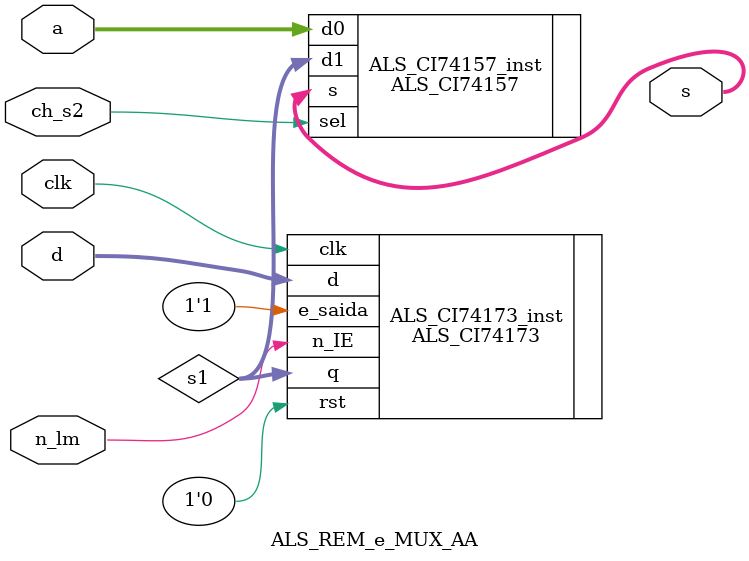
<source format=v>
module ALS_REM_e_MUX_AA (
  input [3:0] d,
  input [3:0] a,
  input n_lm,
  input clk,
  input ch_s2,
  output [3:0] s 
);
  wire [3:0] s1;
  ALS_CI74173 ALS_CI74173_inst (
    .d(d),
    .rst(1'b0),
    .clk(clk),
    .e_saida(1'b1),
    .n_IE(n_lm),
    .q(s1)
  );
ALS_CI74157 ALS_CI74157_inst (
      .d0(a),
      .d1(s1),
      .sel(ch_s2),
      .s(s)
    );
endmodule 

</source>
